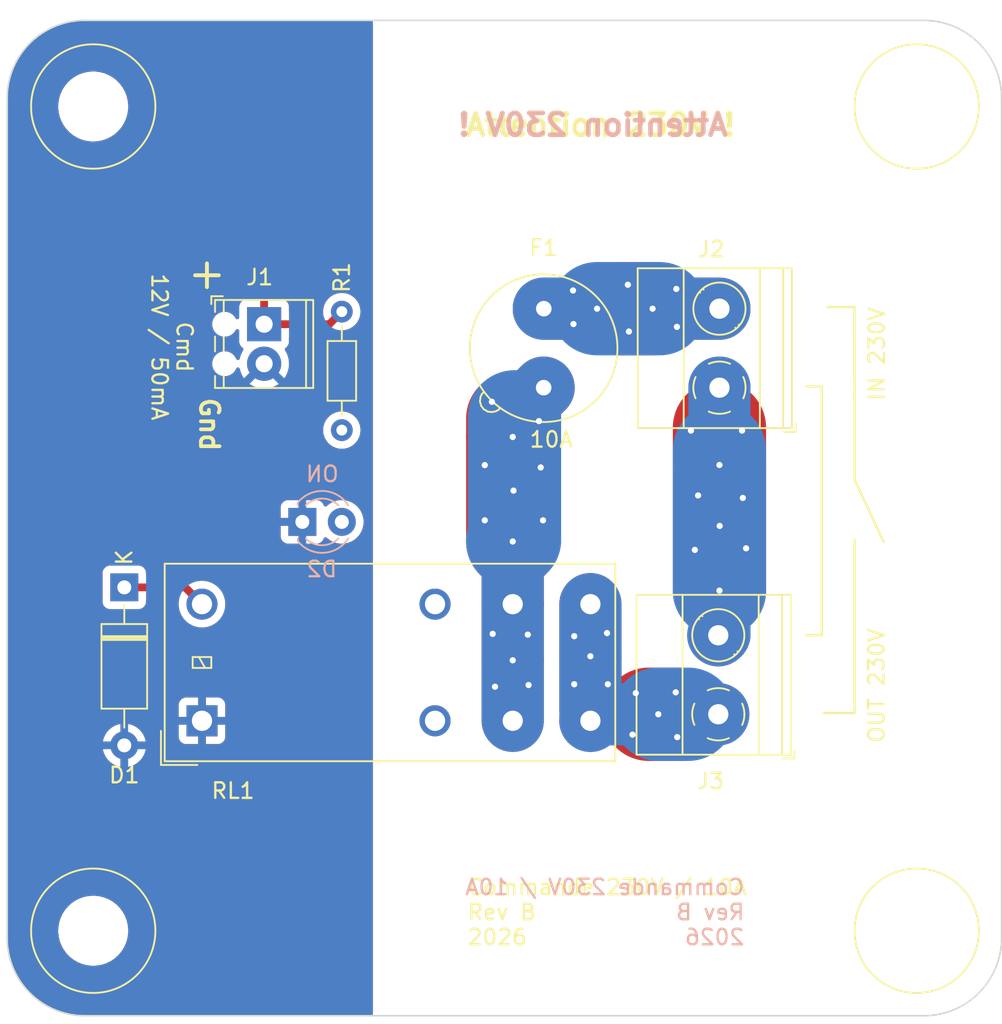
<source format=kicad_pcb>
(kicad_pcb (version 20221018) (generator pcbnew)
  (title_block (title "Commande tapis chauffant") (date "2026-01-19") (rev "Rev B") (company "BPC") (comment 1 "Commande 12V/50mA - Sortie 230V/10A"))
  (layers (0 "F.Cu" signal) (31 "B.Cu" signal) (34 "B.Paste" user) (35 "F.Paste" user) (36 "B.SilkS" user "B.Silkscreen") (37 "F.SilkS" user "F.Silkscreen") (38 "B.Mask" user) (39 "F.Mask" user) (44 "Edge.Cuts" user))
  (net 0 "")
  (net 1 "Net-(D1-K)")
  (net 2 "GND")
  (net 3 "Net-(D2-A)")
  (net 4 "Net-(J2-Pin_1)")
  (net 7 "Net-(J2-Pin_2)")
  (net 8 "Net-(J3-Pin_1)")
  (net 9 "Net-(F1-Pad2)")
  (footprint "bpc:BPC_Trou4mm_Fixation" (layer "F.Cu") (at 181 95 90)
    (fp_text reference "X4" hide)
    (fp_text value "Trou")
    (fp_circle (center 0 0) (end 4 0) (stroke (width 0.12)) (fill none) (layer "F.SilkS"))
    (pad "" np_thru_hole circle (at 0 0 90) (size 4 4) (drill 4) (layers "*.Cu" "*.Mask"))
  )
  (footprint "TerminalBlock_Phoenix:TerminalBlock_Phoenix_MPT-0,5-2-2.54_1x02_P2.54mm_Horizontal" (layer "F.Cu") (at 139 56 -90)
    (fp_text reference "J1" (at -3.02 0.29 -180) (layer "F.SilkS"))
    (fp_text value "Cmd_12V")
    (fp_line (start -1.8 2.66) (end -1.8 3.4) (stroke (width 0.12)) (layer "F.SilkS"))
    (fp_line (start -1.8 3.4) (end -1.3 3.4) (stroke (width 0.12)) (layer "F.SilkS"))
    (fp_line (start -1.56 -3.16) (end -1.56 3.16) (stroke (width 0.12)) (layer "F.SilkS"))
    (fp_line (start -1.56 -3.16) (end 4.1 -3.16) (stroke (width 0.12)) (layer "F.SilkS"))
    (fp_line (start -1.56 -2.7) (end 4.1 -2.7) (stroke (width 0.12)) (layer "F.SilkS"))
    (fp_line (start -1.56 2.6) (end -0.79 2.6) (stroke (width 0.12)) (layer "F.SilkS"))
    (fp_line (start -1.56 3.16) (end -0.79 3.16) (stroke (width 0.12)) (layer "F.SilkS"))
    (fp_line (start 0.79 2.6) (end 1.75 2.6) (stroke (width 0.12)) (layer "F.SilkS"))
    (fp_line (start 0.79 3.16) (end 1.75 3.16) (stroke (width 0.12)) (layer "F.SilkS"))
    (fp_line (start 3.33 2.6) (end 4.1 2.6) (stroke (width 0.12)) (layer "F.SilkS"))
    (fp_line (start 3.33 3.16) (end 4.1 3.16) (stroke (width 0.12)) (layer "F.SilkS"))
    (fp_line (start 4.1 -3.16) (end 4.1 3.16) (stroke (width 0.12)) (layer "F.SilkS"))
    (pad "" np_thru_hole circle (at 0 2.54 270) (size 1.1 1.1) (drill 1.1) (layers "*.Cu" "*.Mask"))
    (pad "" np_thru_hole circle (at 2.54 2.54 270) (size 1.1 1.1) (drill 1.1) (layers "*.Cu" "*.Mask"))
    (pad "1" thru_hole rect (at 0 0 270) (size 2.2 2.2) (drill 1.1) (layers "*.Cu" "*.Mask") (net 1 "Net-(D1-K)"))
    (pad "2" thru_hole circle (at 2.54 0 270) (size 2.2 2.2) (drill 1.1) (layers "*.Cu" "*.Mask") (net 2 "GND"))
  )
  (footprint "bpc:BPC_Relay_SPDT_Omron_G2RL-1-E" (layer "F.Cu") (at 135 81.5 90)
    (fp_text reference "RL1" (at -4.5 2) (layer "F.SilkS"))
    (fp_text value "BPC_G2RL-1-DC12")
    (fp_line (start -2.84 -2.64) (end -0.65 -2.64) (stroke (width 0.12)) (layer "F.SilkS"))
    (fp_line (start -2.84 -0.3) (end -2.84 -2.64) (stroke (width 0.12)) (layer "F.SilkS"))
    (fp_line (start -2.6 -2.4) (end -2.6 26.6) (stroke (width 0.12)) (layer "F.SilkS"))
    (fp_line (start -2.6 26.6) (end 10.1 26.6) (stroke (width 0.12)) (layer "F.SilkS"))
    (fp_line (start 3.4 -0.6) (end 3.4 0.6) (stroke (width 0.12)) (layer "F.SilkS"))
    (fp_line (start 3.4 0.2) (end 4.1 -0.2) (stroke (width 0.12)) (layer "F.SilkS"))
    (fp_line (start 3.4 0.6) (end 4.1 0.6) (stroke (width 0.12)) (layer "F.SilkS"))
    (fp_line (start 4.1 -0.6) (end 3.4 -0.6) (stroke (width 0.12)) (layer "F.SilkS"))
    (fp_line (start 4.1 0.6) (end 4.1 -0.6) (stroke (width 0.12)) (layer "F.SilkS"))
    (fp_line (start 10.1 -2.4) (end -2.6 -2.4) (stroke (width 0.12)) (layer "F.SilkS"))
    (fp_line (start 10.1 26.6) (end 10.1 -2.4) (stroke (width 0.12)) (layer "F.SilkS"))
    (pad "1" thru_hole circle (at 7.5 0 90) (size 2 2) (drill 1.3) (layers "*.Cu" "*.Mask") (net 1 "Net-(D1-K)"))
    (pad "2" thru_hole circle (at 7.5 15 90) (size 2 2) (drill 1.3) (layers "*.Cu" "*.Mask"))
    (pad "3" thru_hole circle (at 7.5 20 90) (size 2 2) (drill 1.3) (layers "*.Cu" "*.Mask") (net 9 "Net-(F1-Pad2)"))
    (pad "4" thru_hole circle (at 7.5 25 90) (size 2 2) (drill 1.3) (layers "*.Cu" "*.Mask") (net 8 "Net-(J3-Pin_1)"))
    (pad "5" thru_hole circle (at 0 25 90) (size 2 2) (drill 1.3) (layers "*.Cu" "*.Mask") (net 8 "Net-(J3-Pin_1)"))
    (pad "6" thru_hole circle (at 0 20 90) (size 2 2) (drill 1.3) (layers "*.Cu" "*.Mask") (net 9 "Net-(F1-Pad2)"))
    (pad "7" thru_hole circle (at 0 15 90) (size 2 2) (drill 1.3) (layers "*.Cu" "*.Mask"))
    (pad "8" thru_hole rect (at 0 0 90) (size 2 2) (drill 1.3) (layers "*.Cu" "*.Mask") (net 2 "GND"))
  )
  (footprint "bpc:BPC_Trou4mm_Fixation" (layer "F.Cu") (at 128 95)
    (fp_text reference "X3" hide)
    (fp_text value "Trou")
    (fp_circle (center 0 0) (end 4 0) (stroke (width 0.12)) (fill none) (layer "F.SilkS"))
    (pad "" np_thru_hole circle (at 0 0) (size 4 4) (drill 4) (layers "*.Cu" "*.Mask"))
  )
  (footprint "Fuse:Fuseholder_TR5_Littelfuse_No560_No460" (layer "F.Cu") (at 157 55 -90)
    (fp_text reference "F1" (at -3.92 0.01) (layer "F.SilkS"))
    (fp_text value "10A")
    (fp_line (start 5.49 3.99) (end 5.36 3.84) (stroke (width 0.12)) (layer "F.SilkS"))
    (fp_line (start 5.67 4.07) (end 5.49 3.99) (stroke (width 0.12)) (layer "F.SilkS"))
    (fp_line (start 5.96 4.11) (end 5.67 4.07) (stroke (width 0.12)) (layer "F.SilkS"))
    (fp_line (start 6.25 4.03) (end 5.96 4.11) (stroke (width 0.12)) (layer "F.SilkS"))
    (fp_line (start 6.39 2.79) (end 6.51 2.93) (stroke (width 0.12)) (layer "F.SilkS"))
    (fp_line (start 6.47 3.86) (end 6.25 4.03) (stroke (width 0.12)) (layer "F.SilkS"))
    (fp_line (start 6.51 2.93) (end 6.6 3.09) (stroke (width 0.12)) (layer "F.SilkS"))
    (fp_line (start 6.6 3.09) (end 6.65 3.34) (stroke (width 0.12)) (layer "F.SilkS"))
    (fp_line (start 6.62 3.6) (end 6.47 3.86) (stroke (width 0.12)) (layer "F.SilkS"))
    (fp_line (start 6.65 3.34) (end 6.62 3.6) (stroke (width 0.12)) (layer "F.SilkS"))
    (fp_circle (center 2.54 0.01) (end 7.29 0.01) (stroke (width 0.12)) (fill none) (layer "F.SilkS"))
    (pad "1" thru_hole circle (at 0 0 270) (size 2 2) (drill 1) (layers "*.Cu" "*.Mask") (net 7 "Net-(J2-Pin_2)"))
    (pad "2" thru_hole circle (at 5.08 0.01 270) (size 2 2) (drill 1) (layers "*.Cu" "*.Mask") (net 9 "Net-(F1-Pad2)"))
  )
  (footprint "bpc:BPC_Trou4mm_Fixation" (layer "F.Cu") (at 181 42)
    (fp_text reference "X2" hide)
    (fp_text value "Trou")
    (fp_circle (center 0 0) (end 4 0) (stroke (width 0.12)) (fill none) (layer "F.SilkS"))
    (pad "" np_thru_hole circle (at 0 0) (size 4 4) (drill 4) (layers "*.Cu" "*.Mask"))
  )
  (footprint "Resistor_THT:R_Axial_DIN0204_L3.6mm_D1.6mm_P7.62mm_Horizontal" (layer "F.Cu") (at 144 55.19 -90)
    (fp_text reference "R1" (at -2.19 0 90) (layer "F.SilkS"))
    (fp_text value "R")
    (fp_line (start 0.94 0) (end 1.89 0) (stroke (width 0.12)) (layer "F.SilkS"))
    (fp_line (start 1.89 -0.92) (end 1.89 0.92) (stroke (width 0.12)) (layer "F.SilkS"))
    (fp_line (start 1.89 0.92) (end 5.73 0.92) (stroke (width 0.12)) (layer "F.SilkS"))
    (fp_line (start 5.73 -0.92) (end 1.89 -0.92) (stroke (width 0.12)) (layer "F.SilkS"))
    (fp_line (start 5.73 0.92) (end 5.73 -0.92) (stroke (width 0.12)) (layer "F.SilkS"))
    (fp_line (start 6.68 0) (end 5.73 0) (stroke (width 0.12)) (layer "F.SilkS"))
    (pad "1" thru_hole circle (at 0 0 270) (size 1.4 1.4) (drill 0.7) (layers "*.Cu" "*.Mask") (net 1 "Net-(D1-K)"))
    (pad "2" thru_hole oval (at 7.62 0 270) (size 1.4 1.4) (drill 0.7) (layers "*.Cu" "*.Mask") (net 3 "Net-(D2-A)"))
  )
  (footprint "TerminalBlock_Phoenix:TerminalBlock_Phoenix_MKDS-1,5-2-5.08_1x02_P5.08mm_Horizontal" (layer "F.Cu") (at 168.23 81.08 90)
    (fp_text reference "J3" (at -4.3 -0.5 180) (layer "F.SilkS"))
    (fp_text value "OUT_230V")
    (fp_line (start -2.84 4.16) (end -2.84 4.9) (stroke (width 0.12)) (layer "F.SilkS"))
    (fp_line (start -2.84 4.9) (end -2.34 4.9) (stroke (width 0.12)) (layer "F.SilkS"))
    (fp_line (start -2.6 -5.261) (end -2.6 4.66) (stroke (width 0.12)) (layer "F.SilkS"))
    (fp_line (start -2.6 -5.261) (end 7.68 -5.261) (stroke (width 0.12)) (layer "F.SilkS"))
    (fp_line (start -2.6 -2.301) (end 7.68 -2.301) (stroke (width 0.12)) (layer "F.SilkS"))
    (fp_line (start -2.6 2.6) (end 7.68 2.6) (stroke (width 0.12)) (layer "F.SilkS"))
    (fp_line (start -2.6 4.1) (end 7.68 4.1) (stroke (width 0.12)) (layer "F.SilkS"))
    (fp_line (start -2.6 4.66) (end 7.68 4.66) (stroke (width 0.12)) (layer "F.SilkS"))
    (fp_line (start 3.853 1.023) (end 3.806 1.069) (stroke (width 0.12)) (layer "F.SilkS"))
    (fp_line (start 4.046 1.239) (end 4.011 1.274) (stroke (width 0.12)) (layer "F.SilkS"))
    (fp_line (start 6.15 -1.275) (end 6.115 -1.239) (stroke (width 0.12)) (layer "F.SilkS"))
    (fp_line (start 6.355 -1.069) (end 6.308 -1.023) (stroke (width 0.12)) (layer "F.SilkS"))
    (fp_line (start 7.68 -5.261) (end 7.68 4.66) (stroke (width 0.12)) (layer "F.SilkS"))
    (fp_arc (start -1.535427 0.683042) (mid -1.680501 -0.000524) (end -1.535 -0.684) (stroke (width 0.12)) (layer "F.SilkS"))
    (fp_arc (start -0.683042 -1.535427) (mid 0.000524 -1.680501) (end 0.684 -1.535) (stroke (width 0.12)) (layer "F.SilkS"))
    (fp_arc (start 0.028805 1.680253) (mid -0.335551 1.646659) (end -0.684 1.535) (stroke (width 0.12)) (layer "F.SilkS"))
    (fp_arc (start 0.683318 1.534756) (mid 0.349292 1.643288) (end 0 1.68) (stroke (width 0.12)) (layer "F.SilkS"))
    (fp_arc (start 1.535427 -0.683042) (mid 1.680501 0.000524) (end 1.535 0.684) (stroke (width 0.12)) (layer "F.SilkS"))
    (fp_circle (center 5.08 0) (end 6.76 0) (stroke (width 0.12)) (fill none) (layer "F.SilkS"))
    (pad "1" thru_hole rect (at 0 0 90) (size 2.6 2.6) (drill 1.3) (layers "*.Cu" "*.Mask") (net 8 "Net-(J3-Pin_1)"))
    (pad "2" thru_hole circle (at 5.08 0 90) (size 2.6 2.6) (drill 1.3) (layers "*.Cu" "*.Mask") (net 4 "Net-(J2-Pin_1)"))
  )
  (footprint "bpc:BPC_Trou4mm_Fixation" (layer "F.Cu") (at 128 42)
    (fp_text reference "X1" hide)
    (fp_text value "Trou")
    (fp_circle (center 0 0) (end 4 0) (stroke (width 0.12)) (fill none) (layer "F.SilkS"))
    (pad "" np_thru_hole circle (at 0 0) (size 4 4) (drill 4) (layers "*.Cu" "*.Mask"))
  )
  (footprint "Diode_THT:D_A-405_P10.16mm_Horizontal" (layer "F.Cu") (at 130 72.92 -90)
    (fp_text reference "D1" (at 12.08 0) (layer "F.SilkS"))
    (fp_text value "1N5818")
    (fp_text user "K" (at -1.92 0 90) (layer "F.SilkS"))
    (fp_line (start 1.14 0) (end 2.36 0) (stroke (width 0.12)) (layer "F.SilkS"))
    (fp_line (start 2.36 -1.47) (end 2.36 1.47) (stroke (width 0.12)) (layer "F.SilkS"))
    (fp_line (start 2.36 1.47) (end 7.8 1.47) (stroke (width 0.12)) (layer "F.SilkS"))
    (fp_line (start 3.14 -1.47) (end 3.14 1.47) (stroke (width 0.12)) (layer "F.SilkS"))
    (fp_line (start 3.26 -1.47) (end 3.26 1.47) (stroke (width 0.12)) (layer "F.SilkS"))
    (fp_line (start 3.38 -1.47) (end 3.38 1.47) (stroke (width 0.12)) (layer "F.SilkS"))
    (fp_line (start 7.8 -1.47) (end 2.36 -1.47) (stroke (width 0.12)) (layer "F.SilkS"))
    (fp_line (start 7.8 1.47) (end 7.8 -1.47) (stroke (width 0.12)) (layer "F.SilkS"))
    (fp_line (start 9.02 0) (end 7.8 0) (stroke (width 0.12)) (layer "F.SilkS"))
    (pad "1" thru_hole rect (at 0 0 270) (size 1.8 1.8) (drill 0.9) (layers "*.Cu" "*.Mask") (net 1 "Net-(D1-K)"))
    (pad "2" thru_hole oval (at 10.16 0 270) (size 1.8 1.8) (drill 0.9) (layers "*.Cu" "*.Mask") (net 2 "GND"))
  )
  (footprint "TerminalBlock_Phoenix:TerminalBlock_Phoenix_MKDS-1,5-2-5.08_1x02_P5.08mm_Horizontal" (layer "F.Cu") (at 168.305 60.08 90)
    (fp_text reference "J2" (at 8.9 -0.525 180) (layer "F.SilkS"))
    (fp_text value "IN_230V")
    (fp_line (start -2.84 4.16) (end -2.84 4.9) (stroke (width 0.12)) (layer "F.SilkS"))
    (fp_line (start -2.84 4.9) (end -2.34 4.9) (stroke (width 0.12)) (layer "F.SilkS"))
    (fp_line (start -2.6 -5.261) (end -2.6 4.66) (stroke (width 0.12)) (layer "F.SilkS"))
    (fp_line (start -2.6 -5.261) (end 7.68 -5.261) (stroke (width 0.12)) (layer "F.SilkS"))
    (fp_line (start -2.6 -2.301) (end 7.68 -2.301) (stroke (width 0.12)) (layer "F.SilkS"))
    (fp_line (start -2.6 2.6) (end 7.68 2.6) (stroke (width 0.12)) (layer "F.SilkS"))
    (fp_line (start -2.6 4.1) (end 7.68 4.1) (stroke (width 0.12)) (layer "F.SilkS"))
    (fp_line (start -2.6 4.66) (end 7.68 4.66) (stroke (width 0.12)) (layer "F.SilkS"))
    (fp_line (start 3.853 1.023) (end 3.806 1.069) (stroke (width 0.12)) (layer "F.SilkS"))
    (fp_line (start 4.046 1.239) (end 4.011 1.274) (stroke (width 0.12)) (layer "F.SilkS"))
    (fp_line (start 6.15 -1.275) (end 6.115 -1.239) (stroke (width 0.12)) (layer "F.SilkS"))
    (fp_line (start 6.355 -1.069) (end 6.308 -1.023) (stroke (width 0.12)) (layer "F.SilkS"))
    (fp_line (start 7.68 -5.261) (end 7.68 4.66) (stroke (width 0.12)) (layer "F.SilkS"))
    (fp_arc (start -1.535427 0.683042) (mid -1.680501 -0.000524) (end -1.535 -0.684) (stroke (width 0.12)) (layer "F.SilkS"))
    (fp_arc (start -0.683042 -1.535427) (mid 0.000524 -1.680501) (end 0.684 -1.535) (stroke (width 0.12)) (layer "F.SilkS"))
    (fp_arc (start 0.028805 1.680253) (mid -0.335551 1.646659) (end -0.684 1.535) (stroke (width 0.12)) (layer "F.SilkS"))
    (fp_arc (start 0.683318 1.534756) (mid 0.349292 1.643288) (end 0 1.68) (stroke (width 0.12)) (layer "F.SilkS"))
    (fp_arc (start 1.535427 -0.683042) (mid 1.680501 0.000524) (end 1.535 0.684) (stroke (width 0.12)) (layer "F.SilkS"))
    (fp_circle (center 5.08 0) (end 6.76 0) (stroke (width 0.12)) (fill none) (layer "F.SilkS"))
    (pad "1" thru_hole rect (at 0 0 90) (size 2.6 2.6) (drill 1.3) (layers "*.Cu" "*.Mask") (net 4 "Net-(J2-Pin_1)"))
    (pad "2" thru_hole circle (at 5.08 0 90) (size 2.6 2.6) (drill 1.3) (layers "*.Cu" "*.Mask") (net 7 "Net-(J2-Pin_2)"))
  )
  (footprint "LED_THT:LED_D3.0mm" (layer "B.Cu") (at 141.46 68.71)
    (fp_text reference "D2" (at 1.25 3.04) (layer "B.SilkS") (effects (justify mirror)))
    (fp_text value "LED")
    (fp_line (start -0.29 -1.08) (end -0.29 -1.236) (stroke (width 0.12)) (layer "B.SilkS"))
    (fp_line (start -0.29 1.236) (end -0.29 1.08) (stroke (width 0.12)) (layer "B.SilkS"))
    (fp_arc (start -0.29 -1.235516) (mid 1.366487 -1.987659) (end 2.942335 -1.078608) (stroke (width 0.12)) (layer "B.SilkS"))
    (fp_arc (start 0.229039 -1.08) (mid 1.270117 -1.5) (end 2.31113 -1.079837) (stroke (width 0.12)) (layer "B.SilkS"))
    (fp_arc (start 2.31113 1.079837) (mid 1.270117 1.5) (end 0.229039 1.08) (stroke (width 0.12)) (layer "B.SilkS"))
    (fp_arc (start 2.942335 1.078608) (mid 1.366487 1.987659) (end -0.29 1.235516) (stroke (width 0.12)) (layer "B.SilkS"))
    (pad "1" thru_hole rect (at 0 0) (size 1.8 1.8) (drill 0.9) (layers "*.Cu" "*.Mask") (net 2 "GND"))
    (pad "2" thru_hole circle (at 2.54 0) (size 1.8 1.8) (drill 0.9) (layers "*.Cu" "*.Mask") (net 3 "Net-(D2-A)"))
  )
  (gr_line (start 175.25 54.9) (end 176.995 54.9) (stroke (width 0.15)) (layer "F.SilkS"))
  (gr_line (start 177 69.85) (end 177 81) (stroke (width 0.15)) (layer "F.SilkS"))
  (gr_line (start 177 81) (end 175 81) (stroke (width 0.15)) (layer "F.SilkS"))
  (gr_line (start 174.89 60) (end 174.89 76) (stroke (width 0.15)) (layer "F.SilkS"))
  (gr_line (start 173.89 60) (end 174.89 60) (stroke (width 0.15)) (layer "F.SilkS"))
  (gr_line (start 177.005 66) (end 178.87 70) (stroke (width 0.15)) (layer "F.SilkS"))
  (gr_line (start 174.89 76) (end 173.89 76) (stroke (width 0.15)) (layer "F.SilkS"))
  (gr_line (start 176.995 54.9) (end 177.005 66) (stroke (width 0.15)) (layer "F.SilkS"))
  (gr_line (start 122.464466 41.464466) (end 122.464466 95.464466) (stroke (width 0.1)) (layer "Edge.Cuts"))
  (gr_arc (start 181.464466 36.464466) (mid 185 37.928932) (end 186.464466 41.464466) (stroke (width 0.1)) (layer "Edge.Cuts"))
  (gr_line (start 181.464466 36.464466) (end 127.464466 36.464466) (stroke (width 0.1)) (layer "Edge.Cuts"))
  (gr_line (start 127.464466 100.464466) (end 181.464466 100.464466) (stroke (width 0.1)) (layer "Edge.Cuts"))
  (gr_arc (start 186.464466 95.464466) (mid 185 99) (end 181.464466 100.464466) (stroke (width 0.1)) (layer "Edge.Cuts"))
  (gr_line (start 186.464466 95.464466) (end 186.464466 41.464466) (stroke (width 0.1)) (layer "Edge.Cuts"))
  (gr_arc (start 122.464466 41.464466) (mid 123.928932 37.928932) (end 127.464466 36.464466) (stroke (width 0.1)) (layer "Edge.Cuts"))
  (gr_arc (start 127.464466 100.464466) (mid 123.928932 99) (end 122.464466 95.464466) (stroke (width 0.1)) (layer "Edge.Cuts"))
  (gr_text "Attention 230V !" (at 169 44) (layer "B.SilkS") (effects (font (size 1.4 1.4) (thickness 0.3) bold) (justify left bottom mirror)))
  (gr_text "Commande 230V / 10A\nRev B\n2026" (at 170 96) (layer "B.SilkS") (effects (font (size 1 1)) (justify left bottom mirror)))
  (gr_text "ON" (at 143.89 66.22) (layer "B.SilkS") (effects (font (size 1 1)) (justify left bottom mirror)))
  (gr_text "Gnd" (at 134.77 60.6 270) (layer "F.SilkS") (effects (font (size 1.2 1.2) (thickness 0.24) bold) (justify left bottom)))
  (gr_text "10A" (at 156 64) (layer "F.SilkS") (effects (font (size 1 1)) (justify left bottom)))
  (gr_text "OUT 230V" (at 179 83 90) (layer "F.SilkS") (effects (font (size 1 1)) (justify left bottom)))
  (gr_text "IN 230V" (at 179.02 61 90) (layer "F.SilkS") (effects (font (size 1 1)) (justify left bottom)))
  (gr_text "Cmd\n12V / 50mA" (at 131.68 57.46 270) (layer "F.SilkS") (effects (font (size 1 1)) (justify bottom)))
  (gr_text "Commande 230V / 10A\nRev B\n2026" (at 152 96) (layer "F.SilkS") (effects (font (size 1 1)) (justify left bottom)))
  (gr_text "+" (at 134.3 51.45 270) (layer "F.SilkS") (effects (font (size 2 2) (thickness 0.25)) (justify left bottom)))
  (gr_text "Attention 230V !" (at 151.81 44) (layer "F.SilkS") (effects (font (size 1.4 1.4) (thickness 0.3) bold) (justify left bottom)))
  (segment (start 132 51) (end 130 53) (width 0.5) (layer "F.Cu") (net 1))
  (segment (start 133.92 72.92) (end 135 74) (width 0.5) (layer "F.Cu") (net 1))
  (segment (start 130 72.92) (end 133.92 72.92) (width 0.5) (layer "F.Cu") (net 1))
  (segment (start 139 53) (end 137 51) (width 0.5) (layer "F.Cu") (net 1))
  (segment (start 137 51) (end 132 51) (width 0.5) (layer "F.Cu") (net 1))
  (segment (start 139 56) (end 143.19 56) (width 0.5) (layer "F.Cu") (net 1))
  (segment (start 130 69) (end 130 53) (width 0.5) (layer "F.Cu") (net 1))
  (segment (start 135 74) (end 130 69) (width 0.5) (layer "F.Cu") (net 1))
  (segment (start 143.19 56) (end 144 55.19) (width 0.5) (layer "F.Cu") (net 1))
  (segment (start 139 53) (end 139 56) (width 0.5) (layer "F.Cu") (net 1))
  (segment (start 168.305 75.925) (end 168.23 76) (width 4) (layer "F.Cu") (net 4))
  (segment (start 168.305 65.49) (end 168.305 65.05) (width 6) (layer "F.Cu") (net 4))
  (segment (start 168.305 65.05) (end 168.305 62.64) (width 6) (layer "F.Cu") (net 4))
  (segment (start 168.305 60.08) (end 168.305 62.64) (width 4) (layer "F.Cu") (net 4))
  (segment (start 168.305 73.13) (end 168.305 75.925) (width 4) (layer "F.Cu") (net 4))
  (segment (start 168.305 65.49) (end 168.305 73.13) (width 6) (layer "F.Cu") (net 4))
  (via (at 168.32 68.97) (size 0.8) (drill 0.4) (layers "F.Cu" "B.Cu") (net 4))
  (via (at 168.305 65.05) (size 0.8) (drill 0.4) (layers "F.Cu" "B.Cu") (net 4))
  (via (at 170.02 70.41) (size 0.8) (drill 0.4) (layers "F.Cu" "B.Cu") (net 4))
  (via (at 169.76 62.84) (size 0.8) (drill 0.4) (layers "F.Cu" "B.Cu") (net 4))
  (via (at 168.305 73.13) (size 0.8) (drill 0.4) (layers "F.Cu" "B.Cu") (net 4))
  (via (at 169.81 67.17) (size 0.8) (drill 0.4) (layers "F.Cu" "B.Cu") (net 4))
  (via (at 166.47 62.84) (size 0.8) (drill 0.4) (layers "F.Cu" "B.Cu") (net 4))
  (via (at 166.93 67.01) (size 0.8) (drill 0.4) (layers "F.Cu" "B.Cu") (net 4))
  (via (at 166.72 70.51) (size 0.8) (drill 0.4) (layers "F.Cu" "B.Cu") (net 4))
  (segment (start 168.305 60.08) (end 168.305 64.1) (width 4) (layer "B.Cu") (net 4))
  (segment (start 168.305 64.1) (end 168.305 75.925) (width 4) (layer "B.Cu") (net 4))
  (segment (start 168.305 75.925) (end 168.23 76) (width 4) (layer "B.Cu") (net 4))
  (segment (start 168.305 73.13) (end 168.305 64.1) (width 6) (layer "B.Cu") (net 4))
  (segment (start 157 55) (end 162 55) (width 4) (layer "F.Cu") (net 7))
  (segment (start 164 55) (end 164.82 55) (width 4) (layer "F.Cu") (net 7))
  (segment (start 164.82 55) (end 168.305 55) (width 4) (layer "F.Cu") (net 7))
  (segment (start 162 55) (end 164 55) (width 6) (layer "F.Cu") (net 7))
  (via (at 162.48 56.47) (size 0.8) (drill 0.4) (layers "F.Cu" "B.Cu") (net 7))
  (via (at 158.91 55.99) (size 0.8) (drill 0.4) (layers "F.Cu" "B.Cu") (net 7))
  (via (at 164 55) (size 0.8) (drill 0.4) (layers "F.Cu" "B.Cu") (net 7))
  (via (at 158.88 53.83) (size 0.8) (drill 0.4) (layers "F.Cu" "B.Cu") (net 7))
  (via (at 165.57 56.17) (size 0.8) (drill 0.4) (layers "F.Cu" "B.Cu") (net 7))
  (via (at 165.53 53.73) (size 0.8) (drill 0.4) (layers "F.Cu" "B.Cu") (net 7))
  (via (at 162.41 53.46) (size 0.8) (drill 0.4) (layers "F.Cu" "B.Cu") (net 7))
  (via (at 160.43 55) (size 0.8) (drill 0.4) (layers "F.Cu" "B.Cu") (net 7))
  (segment (start 160.43 55) (end 157 55) (width 4) (layer "B.Cu") (net 7))
  (segment (start 168.305 55) (end 164.45 55) (width 4) (layer "B.Cu") (net 7))
  (segment (start 160.43 55) (end 164.45 55) (width 6) (layer "B.Cu") (net 7))
  (segment (start 163.75 81.08) (end 165.76 81.08) (width 6) (layer "F.Cu") (net 8))
  (segment (start 160 80.66) (end 160.42 81.08) (width 4) (layer "F.Cu") (net 8))
  (segment (start 160 77.35) (end 160 80.66) (width 4) (layer "F.Cu") (net 8))
  (segment (start 163.75 81.08) (end 160.42 81.08) (width 4) (layer "F.Cu") (net 8))
  (segment (start 160.42 81.08) (end 160 81.5) (width 4) (layer "F.Cu") (net 8))
  (segment (start 160 74) (end 160 77.35) (width 4) (layer "F.Cu") (net 8))
  (segment (start 164.56 81.08) (end 163.75 81.08) (width 4) (layer "F.Cu") (net 8))
  (segment (start 168.23 81.08) (end 164.56 81.08) (width 4) (layer "F.Cu") (net 8))
  (via (at 165.49 79.67) (size 0.8) (drill 0.4) (layers "F.Cu" "B.Cu") (net 8))
  (via (at 158.96 76.06) (size 0.8) (drill 0.4) (layers "F.Cu" "B.Cu") (net 8))
  (via (at 164.37 81.08) (size 0.8) (drill 0.4) (layers "F.Cu" "B.Cu") (net 8))
  (via (at 162.92 79.72) (size 0.8) (drill 0.4) (layers "F.Cu" "B.Cu") (net 8))
  (via (at 162.71 82.39) (size 0.8) (drill 0.4) (layers "F.Cu" "B.Cu") (net 8))
  (via (at 161.07 75.86) (size 0.8) (drill 0.4) (layers "F.Cu" "B.Cu") (net 8))
  (via (at 165.59 82.55) (size 0.8) (drill 0.4) (layers "F.Cu" "B.Cu") (net 8))
  (via (at 160 77.35) (size 0.8) (drill 0.4) (layers "F.Cu" "B.Cu") (net 8))
  (via (at 158.96 79.15) (size 0.8) (drill 0.4) (layers "F.Cu" "B.Cu") (net 8))
  (via (at 161.12 79.15) (size 0.8) (drill 0.4) (layers "F.Cu" "B.Cu") (net 8))
  (segment (start 160 74) (end 160 81.5) (width 4) (layer "B.Cu") (net 8))
  (segment (start 164.37 81.08) (end 160.42 81.08) (width 4) (layer "B.Cu") (net 8))
  (segment (start 160.42 81.08) (end 160 81.5) (width 4) (layer "B.Cu") (net 8))
  (segment (start 164.37 81.08) (end 166.3 81.08) (width 6) (layer "B.Cu") (net 8))
  (segment (start 168.23 81.08) (end 164.37 81.08) (width 4) (layer "B.Cu") (net 8))
  (segment (start 155 77.61) (end 155 74) (width 4) (layer "F.Cu") (net 9))
  (segment (start 155 74) (end 155 69.97) (width 4) (layer "F.Cu") (net 9))
  (segment (start 155 63.25) (end 155 62.07) (width 6) (layer "F.Cu") (net 9))
  (segment (start 155 81.5) (end 155 77.61) (width 4) (layer "F.Cu") (net 9))
  (segment (start 155 62.07) (end 156.99 60.08) (width 4) (layer "F.Cu") (net 9))
  (segment (start 155 69.97) (end 155 63.25) (width 6) (layer "F.Cu") (net 9))
  (via (at 153.71 75.91) (size 0.8) (drill 0.4) (layers "F.Cu" "B.Cu") (net 9))
  (via (at 155.97 75.96) (size 0.8) (drill 0.4) (layers "F.Cu" "B.Cu") (net 9))
  (via (at 155 69.97) (size 0.8) (drill 0.4) (layers "F.Cu" "B.Cu") (net 9))
  (via (at 156.69 62.23) (size 0.8) (drill 0.4) (layers "F.Cu" "B.Cu") (net 9))
  (via (at 156.8 65.21) (size 0.8) (drill 0.4) (layers "F.Cu" "B.Cu") (net 9))
  (via (at 153.66 60.99) (size 0.8) (drill 0.4) (layers "F.Cu" "B.Cu") (net 9))
  (via (at 156.95 68.61) (size 0.8) (drill 0.4) (layers "F.Cu" "B.Cu") (net 9))
  (via (at 156.02 79.2) (size 0.8) (drill 0.4) (layers "F.Cu" "B.Cu") (net 9))
  (via (at 153.2 68.61) (size 0.8) (drill 0.4) (layers "F.Cu" "B.Cu") (net 9))
  (via (at 155.05 66.7) (size 0.8) (drill 0.4) (layers "F.Cu" "B.Cu") (net 9))
  (via (at 153.2 65.06) (size 0.8) (drill 0.4) (layers "F.Cu" "B.Cu") (net 9))
  (via (at 155 63.25) (size 0.8) (drill 0.4) (layers "F.Cu" "B.Cu") (net 9))
  (via (at 153.86 79.31) (size 0.8) (drill 0.4) (layers "F.Cu" "B.Cu") (net 9))
  (via (at 155 77.61) (size 0.8) (drill 0.4) (layers "F.Cu" "B.Cu") (net 9))
  (segment (start 155 74) (end 155 81.5) (width 4) (layer "B.Cu") (net 9))
  (segment (start 155.115 69.855) (end 155 69.97) (width 6) (layer "B.Cu") (net 9))
  (segment (start 155.115 61.955) (end 155.115 69.855) (width 6) (layer "B.Cu") (net 9))
  (segment (start 155.115 61.955) (end 156.99 60.08) (width 4) (layer "B.Cu") (net 9))
  (segment (start 155 74) (end 155 69.97) (width 4) (layer "B.Cu") (net 9))
  (zone (net 2) (net_name "GND") (layers "F&B.Cu") (connect_pads (clearance 0.5)) (min_thickness 0.25) (fill yes (thermal_gap 0.5) (thermal_bridge_width 0.5))
    (polygon (pts (xy 146 36) (xy 146 101) (xy 122 101) (xy 122 36)))
  )
)
</source>
